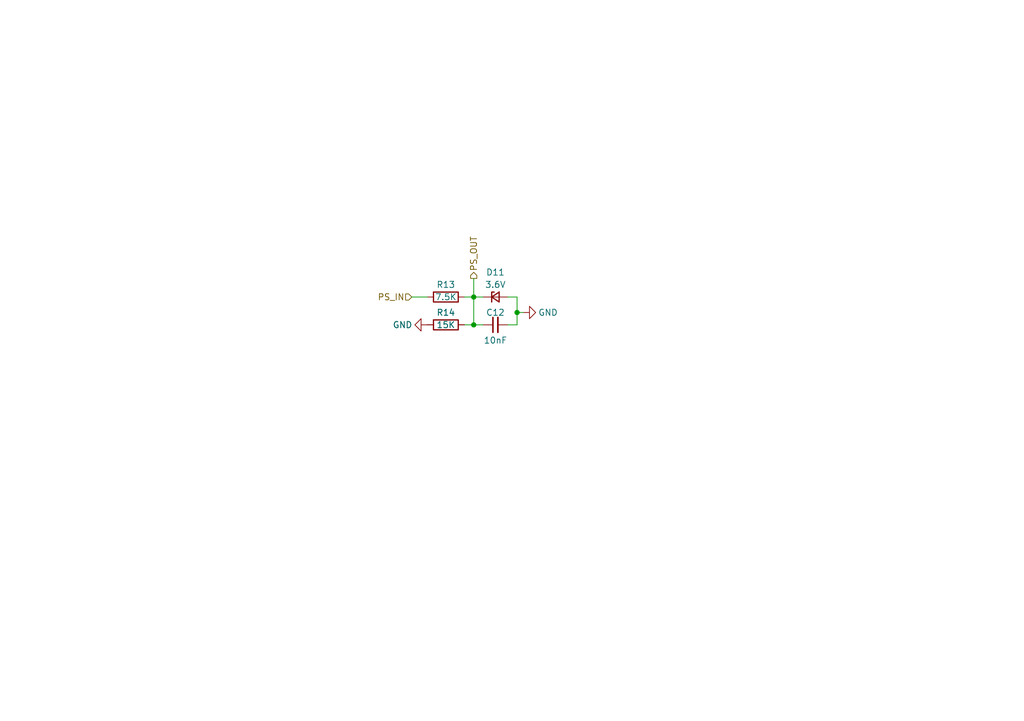
<source format=kicad_sch>
(kicad_sch (version 20230121) (generator eeschema)

  (uuid 15a9c6c0-6c10-4aa7-8389-748577092e63)

  (paper "A5")

  (lib_symbols
    (symbol "Device:C_Small" (pin_numbers hide) (pin_names (offset 0.254) hide) (in_bom yes) (on_board yes)
      (property "Reference" "C" (at 0.254 1.778 0)
        (effects (font (size 1.27 1.27)) (justify left))
      )
      (property "Value" "C_Small" (at 0.254 -2.032 0)
        (effects (font (size 1.27 1.27)) (justify left))
      )
      (property "Footprint" "" (at 0 0 0)
        (effects (font (size 1.27 1.27)) hide)
      )
      (property "Datasheet" "~" (at 0 0 0)
        (effects (font (size 1.27 1.27)) hide)
      )
      (property "ki_keywords" "capacitor cap" (at 0 0 0)
        (effects (font (size 1.27 1.27)) hide)
      )
      (property "ki_description" "Unpolarized capacitor, small symbol" (at 0 0 0)
        (effects (font (size 1.27 1.27)) hide)
      )
      (property "ki_fp_filters" "C_*" (at 0 0 0)
        (effects (font (size 1.27 1.27)) hide)
      )
      (symbol "C_Small_0_1"
        (polyline
          (pts
            (xy -1.524 -0.508)
            (xy 1.524 -0.508)
          )
          (stroke (width 0.3302) (type default))
          (fill (type none))
        )
        (polyline
          (pts
            (xy -1.524 0.508)
            (xy 1.524 0.508)
          )
          (stroke (width 0.3048) (type default))
          (fill (type none))
        )
      )
      (symbol "C_Small_1_1"
        (pin passive line (at 0 2.54 270) (length 2.032)
          (name "~" (effects (font (size 1.27 1.27))))
          (number "1" (effects (font (size 1.27 1.27))))
        )
        (pin passive line (at 0 -2.54 90) (length 2.032)
          (name "~" (effects (font (size 1.27 1.27))))
          (number "2" (effects (font (size 1.27 1.27))))
        )
      )
    )
    (symbol "Device:D_Zener_Small" (pin_numbers hide) (pin_names (offset 0.254) hide) (in_bom yes) (on_board yes)
      (property "Reference" "D" (at 0 2.286 0)
        (effects (font (size 1.27 1.27)))
      )
      (property "Value" "D_Zener_Small" (at 0 -2.286 0)
        (effects (font (size 1.27 1.27)))
      )
      (property "Footprint" "" (at 0 0 90)
        (effects (font (size 1.27 1.27)) hide)
      )
      (property "Datasheet" "~" (at 0 0 90)
        (effects (font (size 1.27 1.27)) hide)
      )
      (property "ki_keywords" "diode" (at 0 0 0)
        (effects (font (size 1.27 1.27)) hide)
      )
      (property "ki_description" "Zener diode, small symbol" (at 0 0 0)
        (effects (font (size 1.27 1.27)) hide)
      )
      (property "ki_fp_filters" "TO-???* *_Diode_* *SingleDiode* D_*" (at 0 0 0)
        (effects (font (size 1.27 1.27)) hide)
      )
      (symbol "D_Zener_Small_0_1"
        (polyline
          (pts
            (xy 0.762 0)
            (xy -0.762 0)
          )
          (stroke (width 0) (type default))
          (fill (type none))
        )
        (polyline
          (pts
            (xy -0.254 1.016)
            (xy -0.762 1.016)
            (xy -0.762 -1.016)
          )
          (stroke (width 0.254) (type default))
          (fill (type none))
        )
        (polyline
          (pts
            (xy 0.762 1.016)
            (xy -0.762 0)
            (xy 0.762 -1.016)
            (xy 0.762 1.016)
          )
          (stroke (width 0.254) (type default))
          (fill (type none))
        )
      )
      (symbol "D_Zener_Small_1_1"
        (pin passive line (at -2.54 0 0) (length 1.778)
          (name "K" (effects (font (size 1.27 1.27))))
          (number "1" (effects (font (size 1.27 1.27))))
        )
        (pin passive line (at 2.54 0 180) (length 1.778)
          (name "A" (effects (font (size 1.27 1.27))))
          (number "2" (effects (font (size 1.27 1.27))))
        )
      )
    )
    (symbol "Device:R" (pin_numbers hide) (pin_names (offset 0)) (in_bom yes) (on_board yes)
      (property "Reference" "R" (at 2.032 0 90)
        (effects (font (size 1.27 1.27)))
      )
      (property "Value" "R" (at 0 0 90)
        (effects (font (size 1.27 1.27)))
      )
      (property "Footprint" "" (at -1.778 0 90)
        (effects (font (size 1.27 1.27)) hide)
      )
      (property "Datasheet" "~" (at 0 0 0)
        (effects (font (size 1.27 1.27)) hide)
      )
      (property "ki_keywords" "R res resistor" (at 0 0 0)
        (effects (font (size 1.27 1.27)) hide)
      )
      (property "ki_description" "Resistor" (at 0 0 0)
        (effects (font (size 1.27 1.27)) hide)
      )
      (property "ki_fp_filters" "R_*" (at 0 0 0)
        (effects (font (size 1.27 1.27)) hide)
      )
      (symbol "R_0_1"
        (rectangle (start -1.016 -2.54) (end 1.016 2.54)
          (stroke (width 0.254) (type default))
          (fill (type none))
        )
      )
      (symbol "R_1_1"
        (pin passive line (at 0 3.81 270) (length 1.27)
          (name "~" (effects (font (size 1.27 1.27))))
          (number "1" (effects (font (size 1.27 1.27))))
        )
        (pin passive line (at 0 -3.81 90) (length 1.27)
          (name "~" (effects (font (size 1.27 1.27))))
          (number "2" (effects (font (size 1.27 1.27))))
        )
      )
    )
    (symbol "power:GND" (power) (pin_names (offset 0)) (in_bom yes) (on_board yes)
      (property "Reference" "#PWR" (at 0 -6.35 0)
        (effects (font (size 1.27 1.27)) hide)
      )
      (property "Value" "GND" (at 0 -3.81 0)
        (effects (font (size 1.27 1.27)))
      )
      (property "Footprint" "" (at 0 0 0)
        (effects (font (size 1.27 1.27)) hide)
      )
      (property "Datasheet" "" (at 0 0 0)
        (effects (font (size 1.27 1.27)) hide)
      )
      (property "ki_keywords" "global power" (at 0 0 0)
        (effects (font (size 1.27 1.27)) hide)
      )
      (property "ki_description" "Power symbol creates a global label with name \"GND\" , ground" (at 0 0 0)
        (effects (font (size 1.27 1.27)) hide)
      )
      (symbol "GND_0_1"
        (polyline
          (pts
            (xy 0 0)
            (xy 0 -1.27)
            (xy 1.27 -1.27)
            (xy 0 -2.54)
            (xy -1.27 -1.27)
            (xy 0 -1.27)
          )
          (stroke (width 0) (type default))
          (fill (type none))
        )
      )
      (symbol "GND_1_1"
        (pin power_in line (at 0 0 270) (length 0) hide
          (name "GND" (effects (font (size 1.27 1.27))))
          (number "1" (effects (font (size 1.27 1.27))))
        )
      )
    )
  )

  (junction (at 106.045 64.135) (diameter 0) (color 0 0 0 0)
    (uuid 3067df7f-2d8e-449e-8c05-4462044b3370)
  )
  (junction (at 97.155 60.96) (diameter 0) (color 0 0 0 0)
    (uuid 422256a5-5633-467f-abf0-960c28b1e21a)
  )
  (junction (at 97.155 66.675) (diameter 0) (color 0 0 0 0)
    (uuid 85f1702f-9941-4802-a3f5-a5ce4e8c1f59)
  )

  (wire (pts (xy 97.155 60.96) (xy 99.06 60.96))
    (stroke (width 0) (type default))
    (uuid 046f7652-a040-485e-aecb-95c81f3e2cfa)
  )
  (wire (pts (xy 97.155 60.96) (xy 97.155 66.675))
    (stroke (width 0) (type default))
    (uuid 154c0cea-ed96-4bbc-bddd-d18b604c6509)
  )
  (wire (pts (xy 95.25 60.96) (xy 97.155 60.96))
    (stroke (width 0) (type default))
    (uuid 2d697ec1-e378-4835-bfae-d4c05fed62ac)
  )
  (wire (pts (xy 95.25 66.675) (xy 97.155 66.675))
    (stroke (width 0) (type default))
    (uuid 3f800d4e-e44e-4640-97ad-cea3db66140c)
  )
  (wire (pts (xy 106.045 60.96) (xy 106.045 64.135))
    (stroke (width 0) (type default))
    (uuid 683eff36-62fe-4944-b289-c20bcc404fbe)
  )
  (wire (pts (xy 97.155 57.15) (xy 97.155 60.96))
    (stroke (width 0) (type default))
    (uuid 72c8dac8-6e76-4704-a882-c9f8c95f693d)
  )
  (wire (pts (xy 104.14 66.675) (xy 106.045 66.675))
    (stroke (width 0) (type default))
    (uuid 75176232-60ed-4263-8653-2725afa012a8)
  )
  (wire (pts (xy 106.045 66.675) (xy 106.045 64.135))
    (stroke (width 0) (type default))
    (uuid a96f1103-4475-4b09-a1d4-ac51f8f0d17f)
  )
  (wire (pts (xy 106.045 64.135) (xy 107.315 64.135))
    (stroke (width 0) (type default))
    (uuid aa3ed0ee-6d5b-4637-9e11-4e9c0a3304f8)
  )
  (wire (pts (xy 84.455 60.96) (xy 87.63 60.96))
    (stroke (width 0) (type default))
    (uuid b3b1b25a-f98a-4b49-a181-86bc6d963fa9)
  )
  (wire (pts (xy 104.14 60.96) (xy 106.045 60.96))
    (stroke (width 0) (type default))
    (uuid d0e42bc3-57cb-4c9c-a320-0b2f01223622)
  )
  (wire (pts (xy 97.155 66.675) (xy 99.06 66.675))
    (stroke (width 0) (type default))
    (uuid eb33ea2d-8ecb-4c76-a65d-2104c354007f)
  )

  (hierarchical_label "PS_OUT" (shape output) (at 97.155 57.15 90) (fields_autoplaced)
    (effects (font (size 1.27 1.27)) (justify left))
    (uuid 175b12ef-188c-4e44-aa96-b24866bcb0a6)
  )
  (hierarchical_label "PS_IN" (shape input) (at 84.455 60.96 180) (fields_autoplaced)
    (effects (font (size 1.27 1.27)) (justify right))
    (uuid b5a3856d-1c97-4a19-af76-7bdb3c6566bb)
  )

  (symbol (lib_id "Device:D_Zener_Small") (at 101.6 60.96 0) (unit 1)
    (in_bom yes) (on_board yes) (dnp no)
    (uuid 32abbe89-e4f0-4393-a3c2-8bf9768328e1)
    (property "Reference" "D11" (at 101.6 55.88 0)
      (effects (font (size 1.27 1.27)))
    )
    (property "Value" "3.6V" (at 101.6 58.42 0)
      (effects (font (size 1.27 1.27)))
    )
    (property "Footprint" "Diode_SMD:D_SOD-323" (at 101.6 60.96 90)
      (effects (font (size 1.27 1.27)) hide)
    )
    (property "Datasheet" "~" (at 101.6 60.96 90)
      (effects (font (size 1.27 1.27)) hide)
    )
    (property "LCSC" "C5270767" (at 101.6 60.96 90)
      (effects (font (size 1.27 1.27)) hide)
    )
    (pin "2" (uuid 37c489d8-8473-4ffe-a875-a30d9f3076d6))
    (pin "1" (uuid afe1814c-f144-4a2a-bf34-c7372c070238))
    (instances
      (project "ecu-kicad-v0.4"
        (path "/36cc65d2-4dd3-4f51-bcce-4252e60c9ae8/7701b1cc-30c3-4117-bb83-7be83d0195a2/8454efdf-ecef-4863-8302-be65299f3a99"
          (reference "D11") (unit 1)
        )
      )
    )
  )

  (symbol (lib_id "power:GND") (at 107.315 64.135 90) (unit 1)
    (in_bom yes) (on_board yes) (dnp no)
    (uuid 3699e5e5-7cd5-4b1a-9461-5686c8bbf56f)
    (property "Reference" "#PWR081" (at 113.665 64.135 0)
      (effects (font (size 1.27 1.27)) hide)
    )
    (property "Value" "GND" (at 112.395 64.135 90)
      (effects (font (size 1.27 1.27)))
    )
    (property "Footprint" "" (at 107.315 64.135 0)
      (effects (font (size 1.27 1.27)) hide)
    )
    (property "Datasheet" "" (at 107.315 64.135 0)
      (effects (font (size 1.27 1.27)) hide)
    )
    (pin "1" (uuid 6ff26e22-3d12-4fe9-b767-f4a7e7233251))
    (instances
      (project "ecu-kicad-v0.4"
        (path "/36cc65d2-4dd3-4f51-bcce-4252e60c9ae8/7701b1cc-30c3-4117-bb83-7be83d0195a2/8454efdf-ecef-4863-8302-be65299f3a99"
          (reference "#PWR081") (unit 1)
        )
      )
    )
  )

  (symbol (lib_id "power:GND") (at 87.63 66.675 270) (unit 1)
    (in_bom yes) (on_board yes) (dnp no)
    (uuid 6fbb897e-6368-4aa2-9469-a872014b3e42)
    (property "Reference" "#PWR080" (at 81.28 66.675 0)
      (effects (font (size 1.27 1.27)) hide)
    )
    (property "Value" "GND" (at 82.55 66.675 90)
      (effects (font (size 1.27 1.27)))
    )
    (property "Footprint" "" (at 87.63 66.675 0)
      (effects (font (size 1.27 1.27)) hide)
    )
    (property "Datasheet" "" (at 87.63 66.675 0)
      (effects (font (size 1.27 1.27)) hide)
    )
    (pin "1" (uuid a919e599-711c-4434-83c1-2d7b1f1bcd9c))
    (instances
      (project "ecu-kicad-v0.4"
        (path "/36cc65d2-4dd3-4f51-bcce-4252e60c9ae8/7701b1cc-30c3-4117-bb83-7be83d0195a2/8454efdf-ecef-4863-8302-be65299f3a99"
          (reference "#PWR080") (unit 1)
        )
      )
    )
  )

  (symbol (lib_id "Device:R") (at 91.44 66.675 270) (unit 1)
    (in_bom yes) (on_board yes) (dnp no)
    (uuid a04dabb1-4529-4672-9d98-5f492dd69759)
    (property "Reference" "R14" (at 91.44 64.135 90)
      (effects (font (size 1.27 1.27)))
    )
    (property "Value" "15K" (at 91.44 66.675 90)
      (effects (font (size 1.27 1.27)))
    )
    (property "Footprint" "" (at 91.44 64.897 90)
      (effects (font (size 1.27 1.27)) hide)
    )
    (property "Datasheet" "~" (at 91.44 66.675 0)
      (effects (font (size 1.27 1.27)) hide)
    )
    (property "LCSC" "C25756" (at 91.44 66.675 90)
      (effects (font (size 1.27 1.27)) hide)
    )
    (pin "1" (uuid 87ad4e1b-bf3c-489f-908b-c0b75c38f932))
    (pin "2" (uuid 5661f9ad-c11f-4803-997e-f1b7afa008e8))
    (instances
      (project "ecu-kicad-v0.4"
        (path "/36cc65d2-4dd3-4f51-bcce-4252e60c9ae8/7701b1cc-30c3-4117-bb83-7be83d0195a2/8454efdf-ecef-4863-8302-be65299f3a99"
          (reference "R14") (unit 1)
        )
      )
    )
  )

  (symbol (lib_id "Device:C_Small") (at 101.6 66.675 90) (unit 1)
    (in_bom yes) (on_board yes) (dnp no)
    (uuid b5e6c925-6042-4b50-90b9-6de598d4ec8f)
    (property "Reference" "C12" (at 101.6 64.135 90)
      (effects (font (size 1.27 1.27)))
    )
    (property "Value" "10nF" (at 101.6 69.85 90)
      (effects (font (size 1.27 1.27)))
    )
    (property "Footprint" "" (at 101.6 66.675 0)
      (effects (font (size 1.27 1.27)) hide)
    )
    (property "Datasheet" "~" (at 101.6 66.675 0)
      (effects (font (size 1.27 1.27)) hide)
    )
    (property "LCSC" "C15195" (at 101.6 66.675 90)
      (effects (font (size 1.27 1.27)) hide)
    )
    (pin "2" (uuid 087c72a2-e9a9-49d9-b146-de8f4f2aee2c))
    (pin "1" (uuid 656806bf-cb71-48f0-a3f1-1d8437bfb181))
    (instances
      (project "ecu-kicad-v0.4"
        (path "/36cc65d2-4dd3-4f51-bcce-4252e60c9ae8/7701b1cc-30c3-4117-bb83-7be83d0195a2/8454efdf-ecef-4863-8302-be65299f3a99"
          (reference "C12") (unit 1)
        )
      )
    )
  )

  (symbol (lib_id "Device:R") (at 91.44 60.96 90) (unit 1)
    (in_bom yes) (on_board yes) (dnp no)
    (uuid df8384a8-c571-485c-917d-0896b386d44d)
    (property "Reference" "R13" (at 91.44 58.42 90)
      (effects (font (size 1.27 1.27)))
    )
    (property "Value" "7.5K" (at 91.44 60.96 90)
      (effects (font (size 1.27 1.27)))
    )
    (property "Footprint" "" (at 91.44 62.738 90)
      (effects (font (size 1.27 1.27)) hide)
    )
    (property "Datasheet" "~" (at 91.44 60.96 0)
      (effects (font (size 1.27 1.27)) hide)
    )
    (property "LCSC" "C25918" (at 91.44 60.96 90)
      (effects (font (size 1.27 1.27)) hide)
    )
    (pin "1" (uuid 62a88ea9-a697-42cb-b5ac-b0b42e95f807))
    (pin "2" (uuid 6d544918-fd1d-4e7d-824d-8ab39545d1db))
    (instances
      (project "ecu-kicad-v0.4"
        (path "/36cc65d2-4dd3-4f51-bcce-4252e60c9ae8/7701b1cc-30c3-4117-bb83-7be83d0195a2/8454efdf-ecef-4863-8302-be65299f3a99"
          (reference "R13") (unit 1)
        )
      )
    )
  )
)

</source>
